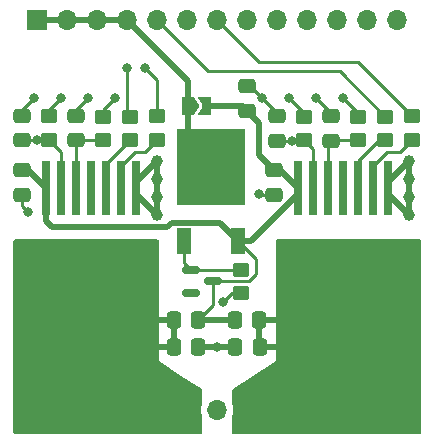
<source format=gbr>
%TF.GenerationSoftware,KiCad,Pcbnew,6.0.4-6f826c9f35~116~ubuntu20.04.1*%
%TF.CreationDate,2022-04-09T17:05:40-04:00*%
%TF.ProjectId,Brake Controller,4272616b-6520-4436-9f6e-74726f6c6c65,A*%
%TF.SameCoordinates,Original*%
%TF.FileFunction,Copper,L1,Top*%
%TF.FilePolarity,Positive*%
%FSLAX46Y46*%
G04 Gerber Fmt 4.6, Leading zero omitted, Abs format (unit mm)*
G04 Created by KiCad (PCBNEW 6.0.4-6f826c9f35~116~ubuntu20.04.1) date 2022-04-09 17:05:40*
%MOMM*%
%LPD*%
G01*
G04 APERTURE LIST*
G04 Aperture macros list*
%AMRoundRect*
0 Rectangle with rounded corners*
0 $1 Rounding radius*
0 $2 $3 $4 $5 $6 $7 $8 $9 X,Y pos of 4 corners*
0 Add a 4 corners polygon primitive as box body*
4,1,4,$2,$3,$4,$5,$6,$7,$8,$9,$2,$3,0*
0 Add four circle primitives for the rounded corners*
1,1,$1+$1,$2,$3*
1,1,$1+$1,$4,$5*
1,1,$1+$1,$6,$7*
1,1,$1+$1,$8,$9*
0 Add four rect primitives between the rounded corners*
20,1,$1+$1,$2,$3,$4,$5,0*
20,1,$1+$1,$4,$5,$6,$7,0*
20,1,$1+$1,$6,$7,$8,$9,0*
20,1,$1+$1,$8,$9,$2,$3,0*%
%AMFreePoly0*
4,1,6,1.000000,0.000000,0.500000,-0.750000,-0.500000,-0.750000,-0.500000,0.750000,0.500000,0.750000,1.000000,0.000000,1.000000,0.000000,$1*%
%AMFreePoly1*
4,1,6,0.500000,-0.750000,-0.650000,-0.750000,-0.150000,0.000000,-0.650000,0.750000,0.500000,0.750000,0.500000,-0.750000,0.500000,-0.750000,$1*%
G04 Aperture macros list end*
%TA.AperFunction,SMDPad,CuDef*%
%ADD10RoundRect,0.250000X-0.475000X0.337500X-0.475000X-0.337500X0.475000X-0.337500X0.475000X0.337500X0*%
%TD*%
%TA.AperFunction,SMDPad,CuDef*%
%ADD11RoundRect,0.250000X0.475000X-0.337500X0.475000X0.337500X-0.475000X0.337500X-0.475000X-0.337500X0*%
%TD*%
%TA.AperFunction,SMDPad,CuDef*%
%ADD12RoundRect,0.250000X0.450000X-0.350000X0.450000X0.350000X-0.450000X0.350000X-0.450000X-0.350000X0*%
%TD*%
%TA.AperFunction,SMDPad,CuDef*%
%ADD13FreePoly0,0.000000*%
%TD*%
%TA.AperFunction,SMDPad,CuDef*%
%ADD14FreePoly1,0.000000*%
%TD*%
%TA.AperFunction,SMDPad,CuDef*%
%ADD15RoundRect,0.250000X-0.450000X0.350000X-0.450000X-0.350000X0.450000X-0.350000X0.450000X0.350000X0*%
%TD*%
%TA.AperFunction,ComponentPad*%
%ADD16O,1.700000X1.700000*%
%TD*%
%TA.AperFunction,ComponentPad*%
%ADD17R,1.700000X1.700000*%
%TD*%
%TA.AperFunction,SMDPad,CuDef*%
%ADD18R,0.800000X4.600000*%
%TD*%
%TA.AperFunction,SMDPad,CuDef*%
%ADD19R,10.800000X9.400000*%
%TD*%
%TA.AperFunction,SMDPad,CuDef*%
%ADD20RoundRect,0.250000X0.337500X0.475000X-0.337500X0.475000X-0.337500X-0.475000X0.337500X-0.475000X0*%
%TD*%
%TA.AperFunction,SMDPad,CuDef*%
%ADD21R,1.200000X2.200000*%
%TD*%
%TA.AperFunction,SMDPad,CuDef*%
%ADD22R,5.800000X6.400000*%
%TD*%
%TA.AperFunction,SMDPad,CuDef*%
%ADD23RoundRect,0.250000X-0.337500X-0.475000X0.337500X-0.475000X0.337500X0.475000X-0.337500X0.475000X0*%
%TD*%
%TA.AperFunction,SMDPad,CuDef*%
%ADD24RoundRect,0.150000X-0.587500X-0.150000X0.587500X-0.150000X0.587500X0.150000X-0.587500X0.150000X0*%
%TD*%
%TA.AperFunction,ViaPad*%
%ADD25C,1.000000*%
%TD*%
%TA.AperFunction,ViaPad*%
%ADD26C,0.800000*%
%TD*%
%TA.AperFunction,Conductor*%
%ADD27C,0.500000*%
%TD*%
%TA.AperFunction,Conductor*%
%ADD28C,0.250000*%
%TD*%
G04 APERTURE END LIST*
D10*
%TO.P,C6,1*%
%TO.N,Net-(C1-Pad1)*%
X144526000Y-101578500D03*
%TO.P,C6,2*%
%TO.N,GND*%
X144526000Y-103653500D03*
%TD*%
D11*
%TO.P,C24,1*%
%TO.N,Net-(C24-Pad1)*%
X149352000Y-99081500D03*
%TO.P,C24,2*%
%TO.N,GND*%
X149352000Y-97006500D03*
%TD*%
D12*
%TO.P,R12,1*%
%TO.N,Net-(R12-Pad1)*%
X134620000Y-99028000D03*
%TO.P,R12,2*%
%TO.N,/IN1*%
X134620000Y-97028000D03*
%TD*%
D13*
%TO.P,JP1,1,A*%
%TO.N,VS*%
X137197000Y-96139000D03*
D14*
%TO.P,JP1,2,B*%
%TO.N,Net-(C1-Pad1)*%
X138647000Y-96139000D03*
%TD*%
D15*
%TO.P,R1,2*%
%TO.N,GND*%
X141732000Y-111998000D03*
%TO.P,R1,1*%
%TO.N,Net-(Q1-Pad1)*%
X141732000Y-109998000D03*
%TD*%
D16*
%TO.P,J2,13,Pin_13*%
%TO.N,/MOTOR-*%
X154940000Y-121920000D03*
%TO.P,J2,12,Pin_12*%
X152400000Y-121920000D03*
%TO.P,J2,11,Pin_11*%
X149860000Y-121920000D03*
%TO.P,J2,10,Pin_10*%
X147320000Y-121920000D03*
%TO.P,J2,9,Pin_9*%
X144780000Y-121920000D03*
%TO.P,J2,8,Pin_8*%
X142240000Y-121920000D03*
%TO.P,J2,7,Pin_7*%
%TO.N,unconnected-(J2-Pad7)*%
X139700000Y-121920000D03*
%TO.P,J2,6,Pin_6*%
%TO.N,/MOTOR+*%
X137160000Y-121920000D03*
%TO.P,J2,5,Pin_5*%
X134620000Y-121920000D03*
%TO.P,J2,4,Pin_4*%
X132080000Y-121920000D03*
%TO.P,J2,3,Pin_3*%
X129540000Y-121920000D03*
%TO.P,J2,2,Pin_2*%
X127000000Y-121920000D03*
D17*
%TO.P,J2,1,Pin_1*%
X124460000Y-121920000D03*
%TD*%
D12*
%TO.P,R15,1*%
%TO.N,/IS1*%
X125476000Y-99028000D03*
%TO.P,R15,2*%
%TO.N,GND*%
X125476000Y-97028000D03*
%TD*%
D11*
%TO.P,C14,1*%
%TO.N,Net-(C14-Pad1)*%
X127762000Y-99065500D03*
%TO.P,C14,2*%
%TO.N,GND*%
X127762000Y-96990500D03*
%TD*%
D18*
%TO.P,U1,7,VS*%
%TO.N,Net-(C1-Pad1)*%
X125222000Y-103118000D03*
%TO.P,U1,6,IS*%
%TO.N,/IS1*%
X126492000Y-103118000D03*
%TO.P,U1,5,SR*%
%TO.N,Net-(C14-Pad1)*%
X127762000Y-103118000D03*
D19*
%TO.P,U1,4,OUT*%
%TO.N,/MOTOR+*%
X129032000Y-112268000D03*
D18*
X129032000Y-103118000D03*
%TO.P,U1,3,INH*%
%TO.N,Net-(R13-Pad1)*%
X130302000Y-103118000D03*
%TO.P,U1,2,IN*%
%TO.N,Net-(R12-Pad1)*%
X131572000Y-103118000D03*
%TO.P,U1,1,GND*%
%TO.N,GND*%
X132842000Y-103118000D03*
%TD*%
D20*
%TO.P,C4,1*%
%TO.N,/MOTOR-*%
X143277500Y-116586000D03*
%TO.P,C4,2*%
%TO.N,GND*%
X141202500Y-116586000D03*
%TD*%
D21*
%TO.P,Q1,3,S*%
%TO.N,Net-(C1-Pad1)*%
X141473000Y-107578000D03*
D22*
%TO.P,Q1,2,D*%
%TO.N,VS*%
X139193000Y-101278000D03*
D21*
%TO.P,Q1,1,G*%
%TO.N,Net-(Q1-Pad1)*%
X136913000Y-107578000D03*
%TD*%
D20*
%TO.P,C1,2*%
%TO.N,/MOTOR+*%
X135995500Y-114300000D03*
%TO.P,C1,1*%
%TO.N,Net-(C1-Pad1)*%
X138070500Y-114300000D03*
%TD*%
D12*
%TO.P,R24,1*%
%TO.N,Net-(C24-Pad1)*%
X151638000Y-99044000D03*
%TO.P,R24,2*%
%TO.N,GND*%
X151638000Y-97044000D03*
%TD*%
%TO.P,R22,1*%
%TO.N,Net-(R22-Pad1)*%
X156210000Y-99028000D03*
%TO.P,R22,2*%
%TO.N,/IN2*%
X156210000Y-97028000D03*
%TD*%
%TO.P,R13,1*%
%TO.N,Net-(R13-Pad1)*%
X132334000Y-99044000D03*
%TO.P,R13,2*%
%TO.N,/EN*%
X132334000Y-97044000D03*
%TD*%
D11*
%TO.P,C25,1*%
%TO.N,/IS2*%
X144780000Y-99081500D03*
%TO.P,C25,2*%
%TO.N,GND*%
X144780000Y-97006500D03*
%TD*%
D18*
%TO.P,U2,7,VS*%
%TO.N,Net-(C1-Pad1)*%
X146558000Y-103118000D03*
%TO.P,U2,6,IS*%
%TO.N,/IS2*%
X147828000Y-103118000D03*
%TO.P,U2,5,SR*%
%TO.N,Net-(C24-Pad1)*%
X149098000Y-103118000D03*
D19*
%TO.P,U2,4,OUT*%
%TO.N,/MOTOR-*%
X150368000Y-112268000D03*
D18*
X150368000Y-103118000D03*
%TO.P,U2,3,INH*%
%TO.N,Net-(R23-Pad1)*%
X151638000Y-103118000D03*
%TO.P,U2,2,IN*%
%TO.N,Net-(R22-Pad1)*%
X152908000Y-103118000D03*
%TO.P,U2,1,GND*%
%TO.N,GND*%
X154178000Y-103118000D03*
%TD*%
D23*
%TO.P,C2,2*%
%TO.N,GND*%
X138070500Y-116586000D03*
%TO.P,C2,1*%
%TO.N,/MOTOR+*%
X135995500Y-116586000D03*
%TD*%
D11*
%TO.P,C15,1*%
%TO.N,/IS1*%
X123190000Y-99065500D03*
%TO.P,C15,2*%
%TO.N,GND*%
X123190000Y-96990500D03*
%TD*%
D12*
%TO.P,R25,1*%
%TO.N,/IS2*%
X147066000Y-99060000D03*
%TO.P,R25,2*%
%TO.N,GND*%
X147066000Y-97060000D03*
%TD*%
D24*
%TO.P,D1,1,A*%
%TO.N,Net-(Q1-Pad1)*%
X137492500Y-110048000D03*
%TO.P,D1,2,NC*%
%TO.N,unconnected-(D1-Pad2)*%
X137492500Y-111948000D03*
%TO.P,D1,3,K*%
%TO.N,Net-(C1-Pad1)*%
X139367500Y-110998000D03*
%TD*%
D17*
%TO.P,J1,1,Pin_1*%
%TO.N,VS*%
X124460000Y-88900000D03*
D16*
%TO.P,J1,2,Pin_2*%
X127000000Y-88900000D03*
%TO.P,J1,3,Pin_3*%
X129540000Y-88900000D03*
%TO.P,J1,4,Pin_4*%
X132080000Y-88900000D03*
%TO.P,J1,5,Pin_5*%
%TO.N,/EN*%
X134620000Y-88900000D03*
%TO.P,J1,6,Pin_6*%
%TO.N,/IN1*%
X137160000Y-88900000D03*
%TO.P,J1,7,Pin_7*%
%TO.N,/IN2*%
X139700000Y-88900000D03*
%TO.P,J1,8,Pin_8*%
%TO.N,/IS1*%
X142240000Y-88900000D03*
%TO.P,J1,9,Pin_9*%
%TO.N,/IS2*%
X144780000Y-88900000D03*
%TO.P,J1,10,Pin_10*%
%TO.N,GND*%
X147320000Y-88900000D03*
%TO.P,J1,11,Pin_11*%
X149860000Y-88900000D03*
%TO.P,J1,12,Pin_12*%
X152400000Y-88900000D03*
%TO.P,J1,13,Pin_13*%
X154940000Y-88900000D03*
%TD*%
D12*
%TO.P,R14,1*%
%TO.N,Net-(C14-Pad1)*%
X130048000Y-99044000D03*
%TO.P,R14,2*%
%TO.N,GND*%
X130048000Y-97044000D03*
%TD*%
D23*
%TO.P,C3,1*%
%TO.N,Net-(C1-Pad1)*%
X141181000Y-114300000D03*
%TO.P,C3,2*%
%TO.N,/MOTOR-*%
X143256000Y-114300000D03*
%TD*%
D10*
%TO.P,C5,1*%
%TO.N,Net-(C1-Pad1)*%
X123190000Y-101578500D03*
%TO.P,C5,2*%
%TO.N,GND*%
X123190000Y-103653500D03*
%TD*%
D11*
%TO.P,C7,1*%
%TO.N,Net-(C1-Pad1)*%
X142240000Y-96541500D03*
%TO.P,C7,2*%
%TO.N,GND*%
X142240000Y-94466500D03*
%TD*%
D12*
%TO.P,R23,1*%
%TO.N,Net-(R23-Pad1)*%
X153924000Y-99044000D03*
%TO.P,R23,2*%
%TO.N,/EN*%
X153924000Y-97044000D03*
%TD*%
D25*
%TO.N,GND*%
X155956000Y-103886000D03*
D26*
X131064000Y-95504000D03*
X148082000Y-95504000D03*
X143256000Y-103632000D03*
X128778000Y-95504000D03*
D25*
X155956000Y-105410000D03*
D26*
X145796000Y-95504000D03*
X123698000Y-105156000D03*
D25*
X134620000Y-100838000D03*
X134620000Y-102362000D03*
X134620000Y-105410000D03*
D26*
X126492000Y-95504000D03*
X140208000Y-112776000D03*
X124206000Y-95504000D03*
D25*
X134620000Y-103886000D03*
D26*
X139700000Y-116586000D03*
X143510000Y-95504000D03*
D25*
X155956000Y-100838000D03*
X155956000Y-102362000D03*
D26*
X150368000Y-95504000D03*
%TO.N,/IS1*%
X124454500Y-99065500D03*
%TO.N,/IS2*%
X146028500Y-99081500D03*
%TO.N,/EN*%
X132080000Y-92964000D03*
%TO.N,/IN1*%
X133604000Y-92964000D03*
%TD*%
D27*
%TO.N,Net-(C1-Pad1)*%
X123190000Y-101578500D02*
X123682500Y-101578500D01*
X125730000Y-106426000D02*
X135465978Y-106426000D01*
X138070500Y-114300000D02*
X141181000Y-114300000D01*
X144526000Y-101578500D02*
X145018500Y-101578500D01*
X135465978Y-106426000D02*
X135863489Y-106028489D01*
X123682500Y-101578500D02*
X125222000Y-103118000D01*
X146558000Y-103593000D02*
X146558000Y-103118000D01*
D28*
X139367500Y-110998000D02*
X142344493Y-110998000D01*
X142344493Y-110998000D02*
X143002000Y-110340493D01*
D27*
X144526000Y-101578500D02*
X143256000Y-100308500D01*
X143256000Y-97557500D02*
X142240000Y-96541500D01*
D28*
X139367500Y-113003000D02*
X138070500Y-114300000D01*
D27*
X125222000Y-105918000D02*
X125730000Y-106426000D01*
X139923489Y-106028489D02*
X141473000Y-107578000D01*
X141837500Y-96139000D02*
X142240000Y-96541500D01*
X135863489Y-106028489D02*
X139923489Y-106028489D01*
X141473000Y-107578000D02*
X142573000Y-107578000D01*
X142573000Y-107578000D02*
X146558000Y-103593000D01*
X145018500Y-101578500D02*
X146558000Y-103118000D01*
X138647000Y-96139000D02*
X141837500Y-96139000D01*
X143256000Y-100308500D02*
X143256000Y-97557500D01*
D28*
X143002000Y-109107000D02*
X141473000Y-107578000D01*
X139367500Y-110998000D02*
X139367500Y-113003000D01*
X143002000Y-110340493D02*
X143002000Y-109107000D01*
D27*
X125222000Y-103118000D02*
X125222000Y-105918000D01*
%TO.N,/MOTOR+*%
X131064000Y-114300000D02*
X129032000Y-112268000D01*
X135995500Y-114300000D02*
X135995500Y-116586000D01*
X133350000Y-116586000D02*
X129032000Y-112268000D01*
X135995500Y-116586000D02*
X133350000Y-116586000D01*
X135995500Y-114300000D02*
X131064000Y-114300000D01*
D28*
%TO.N,GND*%
X125476000Y-96520000D02*
X126492000Y-95504000D01*
X144780000Y-97006500D02*
X144780000Y-96774000D01*
X123190000Y-96520000D02*
X124206000Y-95504000D01*
D27*
X154178000Y-103118000D02*
X154178000Y-103632000D01*
D28*
X142472500Y-94466500D02*
X143510000Y-95504000D01*
D27*
X134620000Y-105410000D02*
X134620000Y-103886000D01*
D28*
X123190000Y-96990500D02*
X123190000Y-96520000D01*
D27*
X132842000Y-103118000D02*
X132842000Y-102616000D01*
X132842000Y-103632000D02*
X134620000Y-105410000D01*
X155956000Y-103886000D02*
X155956000Y-102362000D01*
X132842000Y-103118000D02*
X132842000Y-103632000D01*
X155956000Y-100838000D02*
X155956000Y-102362000D01*
X132842000Y-102616000D02*
X134620000Y-100838000D01*
D28*
X151638000Y-97044000D02*
X151638000Y-96774000D01*
D27*
X134620000Y-100838000D02*
X134620000Y-102362000D01*
D28*
X143277500Y-103653500D02*
X143256000Y-103632000D01*
D27*
X155956000Y-105410000D02*
X155956000Y-103886000D01*
D28*
X151638000Y-96774000D02*
X150368000Y-95504000D01*
X130048000Y-96520000D02*
X131064000Y-95504000D01*
D27*
X154178000Y-102616000D02*
X155956000Y-100838000D01*
D28*
X130048000Y-97044000D02*
X130048000Y-96520000D01*
X144526000Y-103653500D02*
X143277500Y-103653500D01*
D27*
X138070500Y-116586000D02*
X141202500Y-116586000D01*
D28*
X125476000Y-97028000D02*
X125476000Y-96520000D01*
X142240000Y-94466500D02*
X142472500Y-94466500D01*
X144780000Y-96774000D02*
X143510000Y-95504000D01*
X147066000Y-96774000D02*
X145796000Y-95504000D01*
X140986000Y-111998000D02*
X140208000Y-112776000D01*
X149352000Y-96774000D02*
X148082000Y-95504000D01*
D27*
X134620000Y-102362000D02*
X134620000Y-103886000D01*
D28*
X123190000Y-103653500D02*
X123190000Y-104648000D01*
X149352000Y-97006500D02*
X149352000Y-96774000D01*
X141732000Y-111998000D02*
X140986000Y-111998000D01*
X123190000Y-104648000D02*
X123698000Y-105156000D01*
X127762000Y-96990500D02*
X127762000Y-96520000D01*
X127762000Y-96520000D02*
X128778000Y-95504000D01*
D27*
X154178000Y-103632000D02*
X155956000Y-105410000D01*
X154178000Y-103118000D02*
X154178000Y-102616000D01*
D28*
X147066000Y-97060000D02*
X147066000Y-96774000D01*
%TO.N,Net-(C14-Pad1)*%
X130048000Y-99044000D02*
X127783500Y-99044000D01*
X127783500Y-99044000D02*
X127762000Y-99065500D01*
X127762000Y-99065500D02*
X127762000Y-103118000D01*
%TO.N,/IS1*%
X125476000Y-99028000D02*
X126492000Y-100044000D01*
X124454500Y-99065500D02*
X125438500Y-99065500D01*
X123190000Y-99065500D02*
X124454500Y-99065500D01*
X126492000Y-100044000D02*
X126492000Y-103118000D01*
X125438500Y-99065500D02*
X125476000Y-99028000D01*
%TO.N,Net-(C24-Pad1)*%
X149352000Y-99081500D02*
X149098000Y-99335500D01*
X151638000Y-99044000D02*
X149389500Y-99044000D01*
X149098000Y-99335500D02*
X149098000Y-103118000D01*
X149389500Y-99044000D02*
X149352000Y-99081500D01*
%TO.N,/IS2*%
X147044500Y-99081500D02*
X147066000Y-99060000D01*
X146028500Y-99081500D02*
X147044500Y-99081500D01*
X147066000Y-99060000D02*
X147828000Y-99822000D01*
X144780000Y-99081500D02*
X146028500Y-99081500D01*
X147828000Y-99822000D02*
X147828000Y-103118000D01*
D27*
%TO.N,VS*%
X137197000Y-94017000D02*
X137197000Y-96139000D01*
X137197000Y-96139000D02*
X137197000Y-99282000D01*
X127000000Y-88900000D02*
X129540000Y-88900000D01*
X129540000Y-88900000D02*
X132080000Y-88900000D01*
X124460000Y-88900000D02*
X127000000Y-88900000D01*
X132080000Y-88900000D02*
X137197000Y-94017000D01*
X137197000Y-99282000D02*
X139193000Y-101278000D01*
D28*
%TO.N,/EN*%
X134620000Y-88900000D02*
X138938000Y-93218000D01*
X132080000Y-96790000D02*
X132080000Y-92964000D01*
X132334000Y-97044000D02*
X132080000Y-96790000D01*
X138938000Y-93218000D02*
X150098000Y-93218000D01*
X150098000Y-93218000D02*
X153924000Y-97044000D01*
%TO.N,/IN1*%
X133604000Y-92964000D02*
X134620000Y-93980000D01*
X134620000Y-93980000D02*
X134620000Y-97028000D01*
%TO.N,/IN2*%
X151638000Y-92456000D02*
X156210000Y-97028000D01*
X139700000Y-88900000D02*
X143256000Y-92456000D01*
X143256000Y-92456000D02*
X151638000Y-92456000D01*
%TO.N,Net-(R12-Pad1)*%
X132725518Y-100064482D02*
X133583518Y-100064482D01*
X131572000Y-101218000D02*
X132725518Y-100064482D01*
X133583518Y-100064482D02*
X134620000Y-99028000D01*
X131572000Y-103118000D02*
X131572000Y-101218000D01*
%TO.N,Net-(R13-Pad1)*%
X132334000Y-99044000D02*
X130302000Y-101076000D01*
X130302000Y-101076000D02*
X130302000Y-103118000D01*
%TO.N,Net-(R22-Pad1)*%
X155162000Y-100076000D02*
X156210000Y-99028000D01*
X152908000Y-101218000D02*
X154050000Y-100076000D01*
X152908000Y-103118000D02*
X152908000Y-101218000D01*
X154050000Y-100076000D02*
X155162000Y-100076000D01*
%TO.N,Net-(R23-Pad1)*%
X151638000Y-100838000D02*
X151638000Y-103118000D01*
X153432000Y-99044000D02*
X151638000Y-100838000D01*
X153924000Y-99044000D02*
X153432000Y-99044000D01*
%TO.N,Net-(Q1-Pad1)*%
X141682000Y-110048000D02*
X141732000Y-109998000D01*
X136913000Y-109468500D02*
X137492500Y-110048000D01*
X136913000Y-107578000D02*
X136913000Y-109468500D01*
X137492500Y-110048000D02*
X141682000Y-110048000D01*
D27*
%TO.N,/MOTOR-*%
X143256000Y-116564500D02*
X143277500Y-116586000D01*
X143256000Y-114300000D02*
X148336000Y-114300000D01*
X146050000Y-116586000D02*
X150368000Y-112268000D01*
X148336000Y-114300000D02*
X150368000Y-112268000D01*
X143277500Y-116586000D02*
X146050000Y-116586000D01*
X143256000Y-114300000D02*
X143256000Y-116564500D01*
%TD*%
%TA.AperFunction,Conductor*%
%TO.N,/MOTOR+*%
G36*
X134689121Y-107462002D02*
G01*
X134735614Y-107515658D01*
X134747000Y-107568000D01*
X134747000Y-117729000D01*
X136637873Y-118967848D01*
X138373051Y-120104689D01*
X138419070Y-120158752D01*
X138430000Y-120210083D01*
X138430000Y-121402779D01*
X138422351Y-121445722D01*
X138420688Y-121449305D01*
X138360989Y-121664570D01*
X138337251Y-121886695D01*
X138350110Y-122109715D01*
X138351247Y-122114761D01*
X138351248Y-122114767D01*
X138372275Y-122208069D01*
X138399222Y-122327639D01*
X138401164Y-122332421D01*
X138401165Y-122332425D01*
X138420743Y-122380639D01*
X138430000Y-122428043D01*
X138430000Y-123825500D01*
X138409998Y-123893621D01*
X138356342Y-123940114D01*
X138304000Y-123951500D01*
X122731367Y-123951500D01*
X122711982Y-123950000D01*
X122697149Y-123947690D01*
X122697145Y-123947690D01*
X122688276Y-123946309D01*
X122679371Y-123947473D01*
X122670402Y-123947364D01*
X122670412Y-123946550D01*
X122648902Y-123946257D01*
X122623378Y-123942215D01*
X122585884Y-123930033D01*
X122550776Y-123912145D01*
X122518883Y-123888973D01*
X122491027Y-123861117D01*
X122467855Y-123829225D01*
X122449967Y-123794118D01*
X122437785Y-123756622D01*
X122434661Y-123736894D01*
X122433769Y-123710554D01*
X122433576Y-123710552D01*
X122433627Y-123706357D01*
X122433729Y-123698000D01*
X122429773Y-123670376D01*
X122428500Y-123652514D01*
X122428500Y-107568000D01*
X122448502Y-107499879D01*
X122502158Y-107453386D01*
X122554500Y-107442000D01*
X134621000Y-107442000D01*
X134689121Y-107462002D01*
G37*
%TD.AperFunction*%
%TD*%
%TA.AperFunction,Conductor*%
%TO.N,/MOTOR-*%
G36*
X156913621Y-107462002D02*
G01*
X156960114Y-107515658D01*
X156971500Y-107568000D01*
X156971500Y-123648633D01*
X156970000Y-123668018D01*
X156967690Y-123682851D01*
X156967690Y-123682855D01*
X156966309Y-123691724D01*
X156967473Y-123700629D01*
X156967364Y-123709598D01*
X156966550Y-123709588D01*
X156966257Y-123731098D01*
X156962215Y-123756622D01*
X156950033Y-123794116D01*
X156932145Y-123829224D01*
X156908973Y-123861117D01*
X156881117Y-123888973D01*
X156849226Y-123912144D01*
X156814116Y-123930034D01*
X156776627Y-123942214D01*
X156751974Y-123946119D01*
X156732250Y-123947551D01*
X156724276Y-123946309D01*
X156692714Y-123950436D01*
X156676379Y-123951500D01*
X141096000Y-123951500D01*
X141027879Y-123931498D01*
X140981386Y-123877842D01*
X140970000Y-123825500D01*
X140970000Y-122432069D01*
X140975442Y-122395440D01*
X141030865Y-122213023D01*
X141030865Y-122213021D01*
X141032370Y-122208069D01*
X141061529Y-121986590D01*
X141063156Y-121920000D01*
X141044852Y-121697361D01*
X140990431Y-121480702D01*
X140980450Y-121457747D01*
X140970000Y-121407505D01*
X140970000Y-120210083D01*
X140990002Y-120141962D01*
X141026949Y-120104689D01*
X142693517Y-119012799D01*
X144653000Y-117729000D01*
X144653000Y-107568000D01*
X144673002Y-107499879D01*
X144726658Y-107453386D01*
X144779000Y-107442000D01*
X156845500Y-107442000D01*
X156913621Y-107462002D01*
G37*
%TD.AperFunction*%
%TD*%
M02*

</source>
